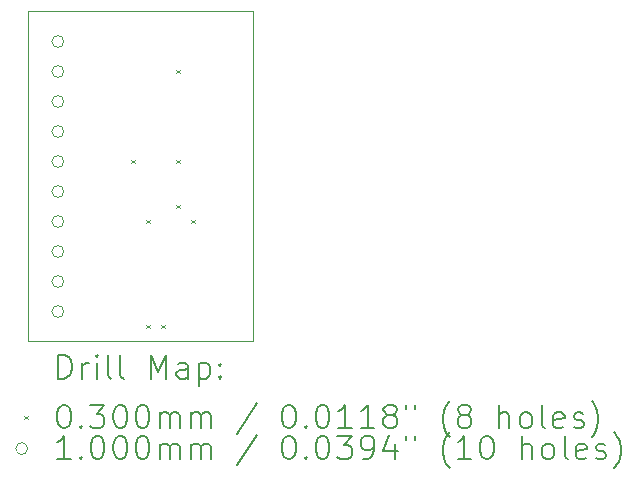
<source format=gbr>
%TF.GenerationSoftware,KiCad,Pcbnew,8.0.8*%
%TF.CreationDate,2025-01-25T22:43:30+07:00*%
%TF.ProjectId,Pton1,50746f6e-312e-46b6-9963-61645f706362,rev?*%
%TF.SameCoordinates,Original*%
%TF.FileFunction,Drillmap*%
%TF.FilePolarity,Positive*%
%FSLAX45Y45*%
G04 Gerber Fmt 4.5, Leading zero omitted, Abs format (unit mm)*
G04 Created by KiCad (PCBNEW 8.0.8) date 2025-01-25 22:43:30*
%MOMM*%
%LPD*%
G01*
G04 APERTURE LIST*
%ADD10C,0.050000*%
%ADD11C,0.200000*%
%ADD12C,0.100000*%
G04 APERTURE END LIST*
D10*
X8763000Y-4191000D02*
X10668000Y-4191000D01*
X10668000Y-6985000D01*
X8763000Y-6985000D01*
X8763000Y-4191000D01*
D11*
D12*
X9637000Y-5446000D02*
X9667000Y-5476000D01*
X9667000Y-5446000D02*
X9637000Y-5476000D01*
X9764000Y-5954000D02*
X9794000Y-5984000D01*
X9794000Y-5954000D02*
X9764000Y-5984000D01*
X9764000Y-6843000D02*
X9794000Y-6873000D01*
X9794000Y-6843000D02*
X9764000Y-6873000D01*
X9891000Y-6843000D02*
X9921000Y-6873000D01*
X9921000Y-6843000D02*
X9891000Y-6873000D01*
X10018000Y-4684000D02*
X10048000Y-4714000D01*
X10048000Y-4684000D02*
X10018000Y-4714000D01*
X10018000Y-5446000D02*
X10048000Y-5476000D01*
X10048000Y-5446000D02*
X10018000Y-5476000D01*
X10018000Y-5827000D02*
X10048000Y-5857000D01*
X10048000Y-5827000D02*
X10018000Y-5857000D01*
X10145000Y-5954000D02*
X10175000Y-5984000D01*
X10175000Y-5954000D02*
X10145000Y-5984000D01*
X9067000Y-4445000D02*
G75*
G02*
X8967000Y-4445000I-50000J0D01*
G01*
X8967000Y-4445000D02*
G75*
G02*
X9067000Y-4445000I50000J0D01*
G01*
X9067000Y-4699000D02*
G75*
G02*
X8967000Y-4699000I-50000J0D01*
G01*
X8967000Y-4699000D02*
G75*
G02*
X9067000Y-4699000I50000J0D01*
G01*
X9067000Y-4953000D02*
G75*
G02*
X8967000Y-4953000I-50000J0D01*
G01*
X8967000Y-4953000D02*
G75*
G02*
X9067000Y-4953000I50000J0D01*
G01*
X9067000Y-5207000D02*
G75*
G02*
X8967000Y-5207000I-50000J0D01*
G01*
X8967000Y-5207000D02*
G75*
G02*
X9067000Y-5207000I50000J0D01*
G01*
X9067000Y-5461000D02*
G75*
G02*
X8967000Y-5461000I-50000J0D01*
G01*
X8967000Y-5461000D02*
G75*
G02*
X9067000Y-5461000I50000J0D01*
G01*
X9067000Y-5715000D02*
G75*
G02*
X8967000Y-5715000I-50000J0D01*
G01*
X8967000Y-5715000D02*
G75*
G02*
X9067000Y-5715000I50000J0D01*
G01*
X9067000Y-5969000D02*
G75*
G02*
X8967000Y-5969000I-50000J0D01*
G01*
X8967000Y-5969000D02*
G75*
G02*
X9067000Y-5969000I50000J0D01*
G01*
X9067000Y-6223000D02*
G75*
G02*
X8967000Y-6223000I-50000J0D01*
G01*
X8967000Y-6223000D02*
G75*
G02*
X9067000Y-6223000I50000J0D01*
G01*
X9067000Y-6477000D02*
G75*
G02*
X8967000Y-6477000I-50000J0D01*
G01*
X8967000Y-6477000D02*
G75*
G02*
X9067000Y-6477000I50000J0D01*
G01*
X9067000Y-6731000D02*
G75*
G02*
X8967000Y-6731000I-50000J0D01*
G01*
X8967000Y-6731000D02*
G75*
G02*
X9067000Y-6731000I50000J0D01*
G01*
D11*
X9021277Y-7298984D02*
X9021277Y-7098984D01*
X9021277Y-7098984D02*
X9068896Y-7098984D01*
X9068896Y-7098984D02*
X9097467Y-7108508D01*
X9097467Y-7108508D02*
X9116515Y-7127555D01*
X9116515Y-7127555D02*
X9126039Y-7146603D01*
X9126039Y-7146603D02*
X9135563Y-7184698D01*
X9135563Y-7184698D02*
X9135563Y-7213269D01*
X9135563Y-7213269D02*
X9126039Y-7251365D01*
X9126039Y-7251365D02*
X9116515Y-7270412D01*
X9116515Y-7270412D02*
X9097467Y-7289460D01*
X9097467Y-7289460D02*
X9068896Y-7298984D01*
X9068896Y-7298984D02*
X9021277Y-7298984D01*
X9221277Y-7298984D02*
X9221277Y-7165650D01*
X9221277Y-7203746D02*
X9230801Y-7184698D01*
X9230801Y-7184698D02*
X9240324Y-7175174D01*
X9240324Y-7175174D02*
X9259372Y-7165650D01*
X9259372Y-7165650D02*
X9278420Y-7165650D01*
X9345086Y-7298984D02*
X9345086Y-7165650D01*
X9345086Y-7098984D02*
X9335563Y-7108508D01*
X9335563Y-7108508D02*
X9345086Y-7118031D01*
X9345086Y-7118031D02*
X9354610Y-7108508D01*
X9354610Y-7108508D02*
X9345086Y-7098984D01*
X9345086Y-7098984D02*
X9345086Y-7118031D01*
X9468896Y-7298984D02*
X9449848Y-7289460D01*
X9449848Y-7289460D02*
X9440324Y-7270412D01*
X9440324Y-7270412D02*
X9440324Y-7098984D01*
X9573658Y-7298984D02*
X9554610Y-7289460D01*
X9554610Y-7289460D02*
X9545086Y-7270412D01*
X9545086Y-7270412D02*
X9545086Y-7098984D01*
X9802229Y-7298984D02*
X9802229Y-7098984D01*
X9802229Y-7098984D02*
X9868896Y-7241841D01*
X9868896Y-7241841D02*
X9935563Y-7098984D01*
X9935563Y-7098984D02*
X9935563Y-7298984D01*
X10116515Y-7298984D02*
X10116515Y-7194222D01*
X10116515Y-7194222D02*
X10106991Y-7175174D01*
X10106991Y-7175174D02*
X10087944Y-7165650D01*
X10087944Y-7165650D02*
X10049848Y-7165650D01*
X10049848Y-7165650D02*
X10030801Y-7175174D01*
X10116515Y-7289460D02*
X10097467Y-7298984D01*
X10097467Y-7298984D02*
X10049848Y-7298984D01*
X10049848Y-7298984D02*
X10030801Y-7289460D01*
X10030801Y-7289460D02*
X10021277Y-7270412D01*
X10021277Y-7270412D02*
X10021277Y-7251365D01*
X10021277Y-7251365D02*
X10030801Y-7232317D01*
X10030801Y-7232317D02*
X10049848Y-7222793D01*
X10049848Y-7222793D02*
X10097467Y-7222793D01*
X10097467Y-7222793D02*
X10116515Y-7213269D01*
X10211753Y-7165650D02*
X10211753Y-7365650D01*
X10211753Y-7175174D02*
X10230801Y-7165650D01*
X10230801Y-7165650D02*
X10268896Y-7165650D01*
X10268896Y-7165650D02*
X10287944Y-7175174D01*
X10287944Y-7175174D02*
X10297467Y-7184698D01*
X10297467Y-7184698D02*
X10306991Y-7203746D01*
X10306991Y-7203746D02*
X10306991Y-7260888D01*
X10306991Y-7260888D02*
X10297467Y-7279936D01*
X10297467Y-7279936D02*
X10287944Y-7289460D01*
X10287944Y-7289460D02*
X10268896Y-7298984D01*
X10268896Y-7298984D02*
X10230801Y-7298984D01*
X10230801Y-7298984D02*
X10211753Y-7289460D01*
X10392705Y-7279936D02*
X10402229Y-7289460D01*
X10402229Y-7289460D02*
X10392705Y-7298984D01*
X10392705Y-7298984D02*
X10383182Y-7289460D01*
X10383182Y-7289460D02*
X10392705Y-7279936D01*
X10392705Y-7279936D02*
X10392705Y-7298984D01*
X10392705Y-7175174D02*
X10402229Y-7184698D01*
X10402229Y-7184698D02*
X10392705Y-7194222D01*
X10392705Y-7194222D02*
X10383182Y-7184698D01*
X10383182Y-7184698D02*
X10392705Y-7175174D01*
X10392705Y-7175174D02*
X10392705Y-7194222D01*
D12*
X8730500Y-7612500D02*
X8760500Y-7642500D01*
X8760500Y-7612500D02*
X8730500Y-7642500D01*
D11*
X9059372Y-7518984D02*
X9078420Y-7518984D01*
X9078420Y-7518984D02*
X9097467Y-7528508D01*
X9097467Y-7528508D02*
X9106991Y-7538031D01*
X9106991Y-7538031D02*
X9116515Y-7557079D01*
X9116515Y-7557079D02*
X9126039Y-7595174D01*
X9126039Y-7595174D02*
X9126039Y-7642793D01*
X9126039Y-7642793D02*
X9116515Y-7680888D01*
X9116515Y-7680888D02*
X9106991Y-7699936D01*
X9106991Y-7699936D02*
X9097467Y-7709460D01*
X9097467Y-7709460D02*
X9078420Y-7718984D01*
X9078420Y-7718984D02*
X9059372Y-7718984D01*
X9059372Y-7718984D02*
X9040324Y-7709460D01*
X9040324Y-7709460D02*
X9030801Y-7699936D01*
X9030801Y-7699936D02*
X9021277Y-7680888D01*
X9021277Y-7680888D02*
X9011753Y-7642793D01*
X9011753Y-7642793D02*
X9011753Y-7595174D01*
X9011753Y-7595174D02*
X9021277Y-7557079D01*
X9021277Y-7557079D02*
X9030801Y-7538031D01*
X9030801Y-7538031D02*
X9040324Y-7528508D01*
X9040324Y-7528508D02*
X9059372Y-7518984D01*
X9211753Y-7699936D02*
X9221277Y-7709460D01*
X9221277Y-7709460D02*
X9211753Y-7718984D01*
X9211753Y-7718984D02*
X9202229Y-7709460D01*
X9202229Y-7709460D02*
X9211753Y-7699936D01*
X9211753Y-7699936D02*
X9211753Y-7718984D01*
X9287944Y-7518984D02*
X9411753Y-7518984D01*
X9411753Y-7518984D02*
X9345086Y-7595174D01*
X9345086Y-7595174D02*
X9373658Y-7595174D01*
X9373658Y-7595174D02*
X9392705Y-7604698D01*
X9392705Y-7604698D02*
X9402229Y-7614222D01*
X9402229Y-7614222D02*
X9411753Y-7633269D01*
X9411753Y-7633269D02*
X9411753Y-7680888D01*
X9411753Y-7680888D02*
X9402229Y-7699936D01*
X9402229Y-7699936D02*
X9392705Y-7709460D01*
X9392705Y-7709460D02*
X9373658Y-7718984D01*
X9373658Y-7718984D02*
X9316515Y-7718984D01*
X9316515Y-7718984D02*
X9297467Y-7709460D01*
X9297467Y-7709460D02*
X9287944Y-7699936D01*
X9535563Y-7518984D02*
X9554610Y-7518984D01*
X9554610Y-7518984D02*
X9573658Y-7528508D01*
X9573658Y-7528508D02*
X9583182Y-7538031D01*
X9583182Y-7538031D02*
X9592705Y-7557079D01*
X9592705Y-7557079D02*
X9602229Y-7595174D01*
X9602229Y-7595174D02*
X9602229Y-7642793D01*
X9602229Y-7642793D02*
X9592705Y-7680888D01*
X9592705Y-7680888D02*
X9583182Y-7699936D01*
X9583182Y-7699936D02*
X9573658Y-7709460D01*
X9573658Y-7709460D02*
X9554610Y-7718984D01*
X9554610Y-7718984D02*
X9535563Y-7718984D01*
X9535563Y-7718984D02*
X9516515Y-7709460D01*
X9516515Y-7709460D02*
X9506991Y-7699936D01*
X9506991Y-7699936D02*
X9497467Y-7680888D01*
X9497467Y-7680888D02*
X9487944Y-7642793D01*
X9487944Y-7642793D02*
X9487944Y-7595174D01*
X9487944Y-7595174D02*
X9497467Y-7557079D01*
X9497467Y-7557079D02*
X9506991Y-7538031D01*
X9506991Y-7538031D02*
X9516515Y-7528508D01*
X9516515Y-7528508D02*
X9535563Y-7518984D01*
X9726039Y-7518984D02*
X9745086Y-7518984D01*
X9745086Y-7518984D02*
X9764134Y-7528508D01*
X9764134Y-7528508D02*
X9773658Y-7538031D01*
X9773658Y-7538031D02*
X9783182Y-7557079D01*
X9783182Y-7557079D02*
X9792705Y-7595174D01*
X9792705Y-7595174D02*
X9792705Y-7642793D01*
X9792705Y-7642793D02*
X9783182Y-7680888D01*
X9783182Y-7680888D02*
X9773658Y-7699936D01*
X9773658Y-7699936D02*
X9764134Y-7709460D01*
X9764134Y-7709460D02*
X9745086Y-7718984D01*
X9745086Y-7718984D02*
X9726039Y-7718984D01*
X9726039Y-7718984D02*
X9706991Y-7709460D01*
X9706991Y-7709460D02*
X9697467Y-7699936D01*
X9697467Y-7699936D02*
X9687944Y-7680888D01*
X9687944Y-7680888D02*
X9678420Y-7642793D01*
X9678420Y-7642793D02*
X9678420Y-7595174D01*
X9678420Y-7595174D02*
X9687944Y-7557079D01*
X9687944Y-7557079D02*
X9697467Y-7538031D01*
X9697467Y-7538031D02*
X9706991Y-7528508D01*
X9706991Y-7528508D02*
X9726039Y-7518984D01*
X9878420Y-7718984D02*
X9878420Y-7585650D01*
X9878420Y-7604698D02*
X9887944Y-7595174D01*
X9887944Y-7595174D02*
X9906991Y-7585650D01*
X9906991Y-7585650D02*
X9935563Y-7585650D01*
X9935563Y-7585650D02*
X9954610Y-7595174D01*
X9954610Y-7595174D02*
X9964134Y-7614222D01*
X9964134Y-7614222D02*
X9964134Y-7718984D01*
X9964134Y-7614222D02*
X9973658Y-7595174D01*
X9973658Y-7595174D02*
X9992705Y-7585650D01*
X9992705Y-7585650D02*
X10021277Y-7585650D01*
X10021277Y-7585650D02*
X10040325Y-7595174D01*
X10040325Y-7595174D02*
X10049848Y-7614222D01*
X10049848Y-7614222D02*
X10049848Y-7718984D01*
X10145086Y-7718984D02*
X10145086Y-7585650D01*
X10145086Y-7604698D02*
X10154610Y-7595174D01*
X10154610Y-7595174D02*
X10173658Y-7585650D01*
X10173658Y-7585650D02*
X10202229Y-7585650D01*
X10202229Y-7585650D02*
X10221277Y-7595174D01*
X10221277Y-7595174D02*
X10230801Y-7614222D01*
X10230801Y-7614222D02*
X10230801Y-7718984D01*
X10230801Y-7614222D02*
X10240325Y-7595174D01*
X10240325Y-7595174D02*
X10259372Y-7585650D01*
X10259372Y-7585650D02*
X10287944Y-7585650D01*
X10287944Y-7585650D02*
X10306991Y-7595174D01*
X10306991Y-7595174D02*
X10316515Y-7614222D01*
X10316515Y-7614222D02*
X10316515Y-7718984D01*
X10706991Y-7509460D02*
X10535563Y-7766603D01*
X10964134Y-7518984D02*
X10983182Y-7518984D01*
X10983182Y-7518984D02*
X11002229Y-7528508D01*
X11002229Y-7528508D02*
X11011753Y-7538031D01*
X11011753Y-7538031D02*
X11021277Y-7557079D01*
X11021277Y-7557079D02*
X11030801Y-7595174D01*
X11030801Y-7595174D02*
X11030801Y-7642793D01*
X11030801Y-7642793D02*
X11021277Y-7680888D01*
X11021277Y-7680888D02*
X11011753Y-7699936D01*
X11011753Y-7699936D02*
X11002229Y-7709460D01*
X11002229Y-7709460D02*
X10983182Y-7718984D01*
X10983182Y-7718984D02*
X10964134Y-7718984D01*
X10964134Y-7718984D02*
X10945087Y-7709460D01*
X10945087Y-7709460D02*
X10935563Y-7699936D01*
X10935563Y-7699936D02*
X10926039Y-7680888D01*
X10926039Y-7680888D02*
X10916515Y-7642793D01*
X10916515Y-7642793D02*
X10916515Y-7595174D01*
X10916515Y-7595174D02*
X10926039Y-7557079D01*
X10926039Y-7557079D02*
X10935563Y-7538031D01*
X10935563Y-7538031D02*
X10945087Y-7528508D01*
X10945087Y-7528508D02*
X10964134Y-7518984D01*
X11116515Y-7699936D02*
X11126039Y-7709460D01*
X11126039Y-7709460D02*
X11116515Y-7718984D01*
X11116515Y-7718984D02*
X11106991Y-7709460D01*
X11106991Y-7709460D02*
X11116515Y-7699936D01*
X11116515Y-7699936D02*
X11116515Y-7718984D01*
X11249848Y-7518984D02*
X11268896Y-7518984D01*
X11268896Y-7518984D02*
X11287944Y-7528508D01*
X11287944Y-7528508D02*
X11297467Y-7538031D01*
X11297467Y-7538031D02*
X11306991Y-7557079D01*
X11306991Y-7557079D02*
X11316515Y-7595174D01*
X11316515Y-7595174D02*
X11316515Y-7642793D01*
X11316515Y-7642793D02*
X11306991Y-7680888D01*
X11306991Y-7680888D02*
X11297467Y-7699936D01*
X11297467Y-7699936D02*
X11287944Y-7709460D01*
X11287944Y-7709460D02*
X11268896Y-7718984D01*
X11268896Y-7718984D02*
X11249848Y-7718984D01*
X11249848Y-7718984D02*
X11230801Y-7709460D01*
X11230801Y-7709460D02*
X11221277Y-7699936D01*
X11221277Y-7699936D02*
X11211753Y-7680888D01*
X11211753Y-7680888D02*
X11202229Y-7642793D01*
X11202229Y-7642793D02*
X11202229Y-7595174D01*
X11202229Y-7595174D02*
X11211753Y-7557079D01*
X11211753Y-7557079D02*
X11221277Y-7538031D01*
X11221277Y-7538031D02*
X11230801Y-7528508D01*
X11230801Y-7528508D02*
X11249848Y-7518984D01*
X11506991Y-7718984D02*
X11392706Y-7718984D01*
X11449848Y-7718984D02*
X11449848Y-7518984D01*
X11449848Y-7518984D02*
X11430801Y-7547555D01*
X11430801Y-7547555D02*
X11411753Y-7566603D01*
X11411753Y-7566603D02*
X11392706Y-7576127D01*
X11697467Y-7718984D02*
X11583182Y-7718984D01*
X11640325Y-7718984D02*
X11640325Y-7518984D01*
X11640325Y-7518984D02*
X11621277Y-7547555D01*
X11621277Y-7547555D02*
X11602229Y-7566603D01*
X11602229Y-7566603D02*
X11583182Y-7576127D01*
X11811753Y-7604698D02*
X11792706Y-7595174D01*
X11792706Y-7595174D02*
X11783182Y-7585650D01*
X11783182Y-7585650D02*
X11773658Y-7566603D01*
X11773658Y-7566603D02*
X11773658Y-7557079D01*
X11773658Y-7557079D02*
X11783182Y-7538031D01*
X11783182Y-7538031D02*
X11792706Y-7528508D01*
X11792706Y-7528508D02*
X11811753Y-7518984D01*
X11811753Y-7518984D02*
X11849848Y-7518984D01*
X11849848Y-7518984D02*
X11868896Y-7528508D01*
X11868896Y-7528508D02*
X11878420Y-7538031D01*
X11878420Y-7538031D02*
X11887944Y-7557079D01*
X11887944Y-7557079D02*
X11887944Y-7566603D01*
X11887944Y-7566603D02*
X11878420Y-7585650D01*
X11878420Y-7585650D02*
X11868896Y-7595174D01*
X11868896Y-7595174D02*
X11849848Y-7604698D01*
X11849848Y-7604698D02*
X11811753Y-7604698D01*
X11811753Y-7604698D02*
X11792706Y-7614222D01*
X11792706Y-7614222D02*
X11783182Y-7623746D01*
X11783182Y-7623746D02*
X11773658Y-7642793D01*
X11773658Y-7642793D02*
X11773658Y-7680888D01*
X11773658Y-7680888D02*
X11783182Y-7699936D01*
X11783182Y-7699936D02*
X11792706Y-7709460D01*
X11792706Y-7709460D02*
X11811753Y-7718984D01*
X11811753Y-7718984D02*
X11849848Y-7718984D01*
X11849848Y-7718984D02*
X11868896Y-7709460D01*
X11868896Y-7709460D02*
X11878420Y-7699936D01*
X11878420Y-7699936D02*
X11887944Y-7680888D01*
X11887944Y-7680888D02*
X11887944Y-7642793D01*
X11887944Y-7642793D02*
X11878420Y-7623746D01*
X11878420Y-7623746D02*
X11868896Y-7614222D01*
X11868896Y-7614222D02*
X11849848Y-7604698D01*
X11964134Y-7518984D02*
X11964134Y-7557079D01*
X12040325Y-7518984D02*
X12040325Y-7557079D01*
X12335563Y-7795174D02*
X12326039Y-7785650D01*
X12326039Y-7785650D02*
X12306991Y-7757079D01*
X12306991Y-7757079D02*
X12297468Y-7738031D01*
X12297468Y-7738031D02*
X12287944Y-7709460D01*
X12287944Y-7709460D02*
X12278420Y-7661841D01*
X12278420Y-7661841D02*
X12278420Y-7623746D01*
X12278420Y-7623746D02*
X12287944Y-7576127D01*
X12287944Y-7576127D02*
X12297468Y-7547555D01*
X12297468Y-7547555D02*
X12306991Y-7528508D01*
X12306991Y-7528508D02*
X12326039Y-7499936D01*
X12326039Y-7499936D02*
X12335563Y-7490412D01*
X12440325Y-7604698D02*
X12421277Y-7595174D01*
X12421277Y-7595174D02*
X12411753Y-7585650D01*
X12411753Y-7585650D02*
X12402229Y-7566603D01*
X12402229Y-7566603D02*
X12402229Y-7557079D01*
X12402229Y-7557079D02*
X12411753Y-7538031D01*
X12411753Y-7538031D02*
X12421277Y-7528508D01*
X12421277Y-7528508D02*
X12440325Y-7518984D01*
X12440325Y-7518984D02*
X12478420Y-7518984D01*
X12478420Y-7518984D02*
X12497468Y-7528508D01*
X12497468Y-7528508D02*
X12506991Y-7538031D01*
X12506991Y-7538031D02*
X12516515Y-7557079D01*
X12516515Y-7557079D02*
X12516515Y-7566603D01*
X12516515Y-7566603D02*
X12506991Y-7585650D01*
X12506991Y-7585650D02*
X12497468Y-7595174D01*
X12497468Y-7595174D02*
X12478420Y-7604698D01*
X12478420Y-7604698D02*
X12440325Y-7604698D01*
X12440325Y-7604698D02*
X12421277Y-7614222D01*
X12421277Y-7614222D02*
X12411753Y-7623746D01*
X12411753Y-7623746D02*
X12402229Y-7642793D01*
X12402229Y-7642793D02*
X12402229Y-7680888D01*
X12402229Y-7680888D02*
X12411753Y-7699936D01*
X12411753Y-7699936D02*
X12421277Y-7709460D01*
X12421277Y-7709460D02*
X12440325Y-7718984D01*
X12440325Y-7718984D02*
X12478420Y-7718984D01*
X12478420Y-7718984D02*
X12497468Y-7709460D01*
X12497468Y-7709460D02*
X12506991Y-7699936D01*
X12506991Y-7699936D02*
X12516515Y-7680888D01*
X12516515Y-7680888D02*
X12516515Y-7642793D01*
X12516515Y-7642793D02*
X12506991Y-7623746D01*
X12506991Y-7623746D02*
X12497468Y-7614222D01*
X12497468Y-7614222D02*
X12478420Y-7604698D01*
X12754610Y-7718984D02*
X12754610Y-7518984D01*
X12840325Y-7718984D02*
X12840325Y-7614222D01*
X12840325Y-7614222D02*
X12830801Y-7595174D01*
X12830801Y-7595174D02*
X12811753Y-7585650D01*
X12811753Y-7585650D02*
X12783182Y-7585650D01*
X12783182Y-7585650D02*
X12764134Y-7595174D01*
X12764134Y-7595174D02*
X12754610Y-7604698D01*
X12964134Y-7718984D02*
X12945087Y-7709460D01*
X12945087Y-7709460D02*
X12935563Y-7699936D01*
X12935563Y-7699936D02*
X12926039Y-7680888D01*
X12926039Y-7680888D02*
X12926039Y-7623746D01*
X12926039Y-7623746D02*
X12935563Y-7604698D01*
X12935563Y-7604698D02*
X12945087Y-7595174D01*
X12945087Y-7595174D02*
X12964134Y-7585650D01*
X12964134Y-7585650D02*
X12992706Y-7585650D01*
X12992706Y-7585650D02*
X13011753Y-7595174D01*
X13011753Y-7595174D02*
X13021277Y-7604698D01*
X13021277Y-7604698D02*
X13030801Y-7623746D01*
X13030801Y-7623746D02*
X13030801Y-7680888D01*
X13030801Y-7680888D02*
X13021277Y-7699936D01*
X13021277Y-7699936D02*
X13011753Y-7709460D01*
X13011753Y-7709460D02*
X12992706Y-7718984D01*
X12992706Y-7718984D02*
X12964134Y-7718984D01*
X13145087Y-7718984D02*
X13126039Y-7709460D01*
X13126039Y-7709460D02*
X13116515Y-7690412D01*
X13116515Y-7690412D02*
X13116515Y-7518984D01*
X13297468Y-7709460D02*
X13278420Y-7718984D01*
X13278420Y-7718984D02*
X13240325Y-7718984D01*
X13240325Y-7718984D02*
X13221277Y-7709460D01*
X13221277Y-7709460D02*
X13211753Y-7690412D01*
X13211753Y-7690412D02*
X13211753Y-7614222D01*
X13211753Y-7614222D02*
X13221277Y-7595174D01*
X13221277Y-7595174D02*
X13240325Y-7585650D01*
X13240325Y-7585650D02*
X13278420Y-7585650D01*
X13278420Y-7585650D02*
X13297468Y-7595174D01*
X13297468Y-7595174D02*
X13306991Y-7614222D01*
X13306991Y-7614222D02*
X13306991Y-7633269D01*
X13306991Y-7633269D02*
X13211753Y-7652317D01*
X13383182Y-7709460D02*
X13402230Y-7718984D01*
X13402230Y-7718984D02*
X13440325Y-7718984D01*
X13440325Y-7718984D02*
X13459372Y-7709460D01*
X13459372Y-7709460D02*
X13468896Y-7690412D01*
X13468896Y-7690412D02*
X13468896Y-7680888D01*
X13468896Y-7680888D02*
X13459372Y-7661841D01*
X13459372Y-7661841D02*
X13440325Y-7652317D01*
X13440325Y-7652317D02*
X13411753Y-7652317D01*
X13411753Y-7652317D02*
X13392706Y-7642793D01*
X13392706Y-7642793D02*
X13383182Y-7623746D01*
X13383182Y-7623746D02*
X13383182Y-7614222D01*
X13383182Y-7614222D02*
X13392706Y-7595174D01*
X13392706Y-7595174D02*
X13411753Y-7585650D01*
X13411753Y-7585650D02*
X13440325Y-7585650D01*
X13440325Y-7585650D02*
X13459372Y-7595174D01*
X13535563Y-7795174D02*
X13545087Y-7785650D01*
X13545087Y-7785650D02*
X13564134Y-7757079D01*
X13564134Y-7757079D02*
X13573658Y-7738031D01*
X13573658Y-7738031D02*
X13583182Y-7709460D01*
X13583182Y-7709460D02*
X13592706Y-7661841D01*
X13592706Y-7661841D02*
X13592706Y-7623746D01*
X13592706Y-7623746D02*
X13583182Y-7576127D01*
X13583182Y-7576127D02*
X13573658Y-7547555D01*
X13573658Y-7547555D02*
X13564134Y-7528508D01*
X13564134Y-7528508D02*
X13545087Y-7499936D01*
X13545087Y-7499936D02*
X13535563Y-7490412D01*
D12*
X8760500Y-7891500D02*
G75*
G02*
X8660500Y-7891500I-50000J0D01*
G01*
X8660500Y-7891500D02*
G75*
G02*
X8760500Y-7891500I50000J0D01*
G01*
D11*
X9126039Y-7982984D02*
X9011753Y-7982984D01*
X9068896Y-7982984D02*
X9068896Y-7782984D01*
X9068896Y-7782984D02*
X9049848Y-7811555D01*
X9049848Y-7811555D02*
X9030801Y-7830603D01*
X9030801Y-7830603D02*
X9011753Y-7840127D01*
X9211753Y-7963936D02*
X9221277Y-7973460D01*
X9221277Y-7973460D02*
X9211753Y-7982984D01*
X9211753Y-7982984D02*
X9202229Y-7973460D01*
X9202229Y-7973460D02*
X9211753Y-7963936D01*
X9211753Y-7963936D02*
X9211753Y-7982984D01*
X9345086Y-7782984D02*
X9364134Y-7782984D01*
X9364134Y-7782984D02*
X9383182Y-7792508D01*
X9383182Y-7792508D02*
X9392705Y-7802031D01*
X9392705Y-7802031D02*
X9402229Y-7821079D01*
X9402229Y-7821079D02*
X9411753Y-7859174D01*
X9411753Y-7859174D02*
X9411753Y-7906793D01*
X9411753Y-7906793D02*
X9402229Y-7944888D01*
X9402229Y-7944888D02*
X9392705Y-7963936D01*
X9392705Y-7963936D02*
X9383182Y-7973460D01*
X9383182Y-7973460D02*
X9364134Y-7982984D01*
X9364134Y-7982984D02*
X9345086Y-7982984D01*
X9345086Y-7982984D02*
X9326039Y-7973460D01*
X9326039Y-7973460D02*
X9316515Y-7963936D01*
X9316515Y-7963936D02*
X9306991Y-7944888D01*
X9306991Y-7944888D02*
X9297467Y-7906793D01*
X9297467Y-7906793D02*
X9297467Y-7859174D01*
X9297467Y-7859174D02*
X9306991Y-7821079D01*
X9306991Y-7821079D02*
X9316515Y-7802031D01*
X9316515Y-7802031D02*
X9326039Y-7792508D01*
X9326039Y-7792508D02*
X9345086Y-7782984D01*
X9535563Y-7782984D02*
X9554610Y-7782984D01*
X9554610Y-7782984D02*
X9573658Y-7792508D01*
X9573658Y-7792508D02*
X9583182Y-7802031D01*
X9583182Y-7802031D02*
X9592705Y-7821079D01*
X9592705Y-7821079D02*
X9602229Y-7859174D01*
X9602229Y-7859174D02*
X9602229Y-7906793D01*
X9602229Y-7906793D02*
X9592705Y-7944888D01*
X9592705Y-7944888D02*
X9583182Y-7963936D01*
X9583182Y-7963936D02*
X9573658Y-7973460D01*
X9573658Y-7973460D02*
X9554610Y-7982984D01*
X9554610Y-7982984D02*
X9535563Y-7982984D01*
X9535563Y-7982984D02*
X9516515Y-7973460D01*
X9516515Y-7973460D02*
X9506991Y-7963936D01*
X9506991Y-7963936D02*
X9497467Y-7944888D01*
X9497467Y-7944888D02*
X9487944Y-7906793D01*
X9487944Y-7906793D02*
X9487944Y-7859174D01*
X9487944Y-7859174D02*
X9497467Y-7821079D01*
X9497467Y-7821079D02*
X9506991Y-7802031D01*
X9506991Y-7802031D02*
X9516515Y-7792508D01*
X9516515Y-7792508D02*
X9535563Y-7782984D01*
X9726039Y-7782984D02*
X9745086Y-7782984D01*
X9745086Y-7782984D02*
X9764134Y-7792508D01*
X9764134Y-7792508D02*
X9773658Y-7802031D01*
X9773658Y-7802031D02*
X9783182Y-7821079D01*
X9783182Y-7821079D02*
X9792705Y-7859174D01*
X9792705Y-7859174D02*
X9792705Y-7906793D01*
X9792705Y-7906793D02*
X9783182Y-7944888D01*
X9783182Y-7944888D02*
X9773658Y-7963936D01*
X9773658Y-7963936D02*
X9764134Y-7973460D01*
X9764134Y-7973460D02*
X9745086Y-7982984D01*
X9745086Y-7982984D02*
X9726039Y-7982984D01*
X9726039Y-7982984D02*
X9706991Y-7973460D01*
X9706991Y-7973460D02*
X9697467Y-7963936D01*
X9697467Y-7963936D02*
X9687944Y-7944888D01*
X9687944Y-7944888D02*
X9678420Y-7906793D01*
X9678420Y-7906793D02*
X9678420Y-7859174D01*
X9678420Y-7859174D02*
X9687944Y-7821079D01*
X9687944Y-7821079D02*
X9697467Y-7802031D01*
X9697467Y-7802031D02*
X9706991Y-7792508D01*
X9706991Y-7792508D02*
X9726039Y-7782984D01*
X9878420Y-7982984D02*
X9878420Y-7849650D01*
X9878420Y-7868698D02*
X9887944Y-7859174D01*
X9887944Y-7859174D02*
X9906991Y-7849650D01*
X9906991Y-7849650D02*
X9935563Y-7849650D01*
X9935563Y-7849650D02*
X9954610Y-7859174D01*
X9954610Y-7859174D02*
X9964134Y-7878222D01*
X9964134Y-7878222D02*
X9964134Y-7982984D01*
X9964134Y-7878222D02*
X9973658Y-7859174D01*
X9973658Y-7859174D02*
X9992705Y-7849650D01*
X9992705Y-7849650D02*
X10021277Y-7849650D01*
X10021277Y-7849650D02*
X10040325Y-7859174D01*
X10040325Y-7859174D02*
X10049848Y-7878222D01*
X10049848Y-7878222D02*
X10049848Y-7982984D01*
X10145086Y-7982984D02*
X10145086Y-7849650D01*
X10145086Y-7868698D02*
X10154610Y-7859174D01*
X10154610Y-7859174D02*
X10173658Y-7849650D01*
X10173658Y-7849650D02*
X10202229Y-7849650D01*
X10202229Y-7849650D02*
X10221277Y-7859174D01*
X10221277Y-7859174D02*
X10230801Y-7878222D01*
X10230801Y-7878222D02*
X10230801Y-7982984D01*
X10230801Y-7878222D02*
X10240325Y-7859174D01*
X10240325Y-7859174D02*
X10259372Y-7849650D01*
X10259372Y-7849650D02*
X10287944Y-7849650D01*
X10287944Y-7849650D02*
X10306991Y-7859174D01*
X10306991Y-7859174D02*
X10316515Y-7878222D01*
X10316515Y-7878222D02*
X10316515Y-7982984D01*
X10706991Y-7773460D02*
X10535563Y-8030603D01*
X10964134Y-7782984D02*
X10983182Y-7782984D01*
X10983182Y-7782984D02*
X11002229Y-7792508D01*
X11002229Y-7792508D02*
X11011753Y-7802031D01*
X11011753Y-7802031D02*
X11021277Y-7821079D01*
X11021277Y-7821079D02*
X11030801Y-7859174D01*
X11030801Y-7859174D02*
X11030801Y-7906793D01*
X11030801Y-7906793D02*
X11021277Y-7944888D01*
X11021277Y-7944888D02*
X11011753Y-7963936D01*
X11011753Y-7963936D02*
X11002229Y-7973460D01*
X11002229Y-7973460D02*
X10983182Y-7982984D01*
X10983182Y-7982984D02*
X10964134Y-7982984D01*
X10964134Y-7982984D02*
X10945087Y-7973460D01*
X10945087Y-7973460D02*
X10935563Y-7963936D01*
X10935563Y-7963936D02*
X10926039Y-7944888D01*
X10926039Y-7944888D02*
X10916515Y-7906793D01*
X10916515Y-7906793D02*
X10916515Y-7859174D01*
X10916515Y-7859174D02*
X10926039Y-7821079D01*
X10926039Y-7821079D02*
X10935563Y-7802031D01*
X10935563Y-7802031D02*
X10945087Y-7792508D01*
X10945087Y-7792508D02*
X10964134Y-7782984D01*
X11116515Y-7963936D02*
X11126039Y-7973460D01*
X11126039Y-7973460D02*
X11116515Y-7982984D01*
X11116515Y-7982984D02*
X11106991Y-7973460D01*
X11106991Y-7973460D02*
X11116515Y-7963936D01*
X11116515Y-7963936D02*
X11116515Y-7982984D01*
X11249848Y-7782984D02*
X11268896Y-7782984D01*
X11268896Y-7782984D02*
X11287944Y-7792508D01*
X11287944Y-7792508D02*
X11297467Y-7802031D01*
X11297467Y-7802031D02*
X11306991Y-7821079D01*
X11306991Y-7821079D02*
X11316515Y-7859174D01*
X11316515Y-7859174D02*
X11316515Y-7906793D01*
X11316515Y-7906793D02*
X11306991Y-7944888D01*
X11306991Y-7944888D02*
X11297467Y-7963936D01*
X11297467Y-7963936D02*
X11287944Y-7973460D01*
X11287944Y-7973460D02*
X11268896Y-7982984D01*
X11268896Y-7982984D02*
X11249848Y-7982984D01*
X11249848Y-7982984D02*
X11230801Y-7973460D01*
X11230801Y-7973460D02*
X11221277Y-7963936D01*
X11221277Y-7963936D02*
X11211753Y-7944888D01*
X11211753Y-7944888D02*
X11202229Y-7906793D01*
X11202229Y-7906793D02*
X11202229Y-7859174D01*
X11202229Y-7859174D02*
X11211753Y-7821079D01*
X11211753Y-7821079D02*
X11221277Y-7802031D01*
X11221277Y-7802031D02*
X11230801Y-7792508D01*
X11230801Y-7792508D02*
X11249848Y-7782984D01*
X11383182Y-7782984D02*
X11506991Y-7782984D01*
X11506991Y-7782984D02*
X11440325Y-7859174D01*
X11440325Y-7859174D02*
X11468896Y-7859174D01*
X11468896Y-7859174D02*
X11487944Y-7868698D01*
X11487944Y-7868698D02*
X11497467Y-7878222D01*
X11497467Y-7878222D02*
X11506991Y-7897269D01*
X11506991Y-7897269D02*
X11506991Y-7944888D01*
X11506991Y-7944888D02*
X11497467Y-7963936D01*
X11497467Y-7963936D02*
X11487944Y-7973460D01*
X11487944Y-7973460D02*
X11468896Y-7982984D01*
X11468896Y-7982984D02*
X11411753Y-7982984D01*
X11411753Y-7982984D02*
X11392706Y-7973460D01*
X11392706Y-7973460D02*
X11383182Y-7963936D01*
X11602229Y-7982984D02*
X11640325Y-7982984D01*
X11640325Y-7982984D02*
X11659372Y-7973460D01*
X11659372Y-7973460D02*
X11668896Y-7963936D01*
X11668896Y-7963936D02*
X11687944Y-7935365D01*
X11687944Y-7935365D02*
X11697467Y-7897269D01*
X11697467Y-7897269D02*
X11697467Y-7821079D01*
X11697467Y-7821079D02*
X11687944Y-7802031D01*
X11687944Y-7802031D02*
X11678420Y-7792508D01*
X11678420Y-7792508D02*
X11659372Y-7782984D01*
X11659372Y-7782984D02*
X11621277Y-7782984D01*
X11621277Y-7782984D02*
X11602229Y-7792508D01*
X11602229Y-7792508D02*
X11592706Y-7802031D01*
X11592706Y-7802031D02*
X11583182Y-7821079D01*
X11583182Y-7821079D02*
X11583182Y-7868698D01*
X11583182Y-7868698D02*
X11592706Y-7887746D01*
X11592706Y-7887746D02*
X11602229Y-7897269D01*
X11602229Y-7897269D02*
X11621277Y-7906793D01*
X11621277Y-7906793D02*
X11659372Y-7906793D01*
X11659372Y-7906793D02*
X11678420Y-7897269D01*
X11678420Y-7897269D02*
X11687944Y-7887746D01*
X11687944Y-7887746D02*
X11697467Y-7868698D01*
X11868896Y-7849650D02*
X11868896Y-7982984D01*
X11821277Y-7773460D02*
X11773658Y-7916317D01*
X11773658Y-7916317D02*
X11897467Y-7916317D01*
X11964134Y-7782984D02*
X11964134Y-7821079D01*
X12040325Y-7782984D02*
X12040325Y-7821079D01*
X12335563Y-8059174D02*
X12326039Y-8049650D01*
X12326039Y-8049650D02*
X12306991Y-8021079D01*
X12306991Y-8021079D02*
X12297468Y-8002031D01*
X12297468Y-8002031D02*
X12287944Y-7973460D01*
X12287944Y-7973460D02*
X12278420Y-7925841D01*
X12278420Y-7925841D02*
X12278420Y-7887746D01*
X12278420Y-7887746D02*
X12287944Y-7840127D01*
X12287944Y-7840127D02*
X12297468Y-7811555D01*
X12297468Y-7811555D02*
X12306991Y-7792508D01*
X12306991Y-7792508D02*
X12326039Y-7763936D01*
X12326039Y-7763936D02*
X12335563Y-7754412D01*
X12516515Y-7982984D02*
X12402229Y-7982984D01*
X12459372Y-7982984D02*
X12459372Y-7782984D01*
X12459372Y-7782984D02*
X12440325Y-7811555D01*
X12440325Y-7811555D02*
X12421277Y-7830603D01*
X12421277Y-7830603D02*
X12402229Y-7840127D01*
X12640325Y-7782984D02*
X12659372Y-7782984D01*
X12659372Y-7782984D02*
X12678420Y-7792508D01*
X12678420Y-7792508D02*
X12687944Y-7802031D01*
X12687944Y-7802031D02*
X12697468Y-7821079D01*
X12697468Y-7821079D02*
X12706991Y-7859174D01*
X12706991Y-7859174D02*
X12706991Y-7906793D01*
X12706991Y-7906793D02*
X12697468Y-7944888D01*
X12697468Y-7944888D02*
X12687944Y-7963936D01*
X12687944Y-7963936D02*
X12678420Y-7973460D01*
X12678420Y-7973460D02*
X12659372Y-7982984D01*
X12659372Y-7982984D02*
X12640325Y-7982984D01*
X12640325Y-7982984D02*
X12621277Y-7973460D01*
X12621277Y-7973460D02*
X12611753Y-7963936D01*
X12611753Y-7963936D02*
X12602229Y-7944888D01*
X12602229Y-7944888D02*
X12592706Y-7906793D01*
X12592706Y-7906793D02*
X12592706Y-7859174D01*
X12592706Y-7859174D02*
X12602229Y-7821079D01*
X12602229Y-7821079D02*
X12611753Y-7802031D01*
X12611753Y-7802031D02*
X12621277Y-7792508D01*
X12621277Y-7792508D02*
X12640325Y-7782984D01*
X12945087Y-7982984D02*
X12945087Y-7782984D01*
X13030801Y-7982984D02*
X13030801Y-7878222D01*
X13030801Y-7878222D02*
X13021277Y-7859174D01*
X13021277Y-7859174D02*
X13002230Y-7849650D01*
X13002230Y-7849650D02*
X12973658Y-7849650D01*
X12973658Y-7849650D02*
X12954610Y-7859174D01*
X12954610Y-7859174D02*
X12945087Y-7868698D01*
X13154610Y-7982984D02*
X13135563Y-7973460D01*
X13135563Y-7973460D02*
X13126039Y-7963936D01*
X13126039Y-7963936D02*
X13116515Y-7944888D01*
X13116515Y-7944888D02*
X13116515Y-7887746D01*
X13116515Y-7887746D02*
X13126039Y-7868698D01*
X13126039Y-7868698D02*
X13135563Y-7859174D01*
X13135563Y-7859174D02*
X13154610Y-7849650D01*
X13154610Y-7849650D02*
X13183182Y-7849650D01*
X13183182Y-7849650D02*
X13202230Y-7859174D01*
X13202230Y-7859174D02*
X13211753Y-7868698D01*
X13211753Y-7868698D02*
X13221277Y-7887746D01*
X13221277Y-7887746D02*
X13221277Y-7944888D01*
X13221277Y-7944888D02*
X13211753Y-7963936D01*
X13211753Y-7963936D02*
X13202230Y-7973460D01*
X13202230Y-7973460D02*
X13183182Y-7982984D01*
X13183182Y-7982984D02*
X13154610Y-7982984D01*
X13335563Y-7982984D02*
X13316515Y-7973460D01*
X13316515Y-7973460D02*
X13306991Y-7954412D01*
X13306991Y-7954412D02*
X13306991Y-7782984D01*
X13487944Y-7973460D02*
X13468896Y-7982984D01*
X13468896Y-7982984D02*
X13430801Y-7982984D01*
X13430801Y-7982984D02*
X13411753Y-7973460D01*
X13411753Y-7973460D02*
X13402230Y-7954412D01*
X13402230Y-7954412D02*
X13402230Y-7878222D01*
X13402230Y-7878222D02*
X13411753Y-7859174D01*
X13411753Y-7859174D02*
X13430801Y-7849650D01*
X13430801Y-7849650D02*
X13468896Y-7849650D01*
X13468896Y-7849650D02*
X13487944Y-7859174D01*
X13487944Y-7859174D02*
X13497468Y-7878222D01*
X13497468Y-7878222D02*
X13497468Y-7897269D01*
X13497468Y-7897269D02*
X13402230Y-7916317D01*
X13573658Y-7973460D02*
X13592706Y-7982984D01*
X13592706Y-7982984D02*
X13630801Y-7982984D01*
X13630801Y-7982984D02*
X13649849Y-7973460D01*
X13649849Y-7973460D02*
X13659372Y-7954412D01*
X13659372Y-7954412D02*
X13659372Y-7944888D01*
X13659372Y-7944888D02*
X13649849Y-7925841D01*
X13649849Y-7925841D02*
X13630801Y-7916317D01*
X13630801Y-7916317D02*
X13602230Y-7916317D01*
X13602230Y-7916317D02*
X13583182Y-7906793D01*
X13583182Y-7906793D02*
X13573658Y-7887746D01*
X13573658Y-7887746D02*
X13573658Y-7878222D01*
X13573658Y-7878222D02*
X13583182Y-7859174D01*
X13583182Y-7859174D02*
X13602230Y-7849650D01*
X13602230Y-7849650D02*
X13630801Y-7849650D01*
X13630801Y-7849650D02*
X13649849Y-7859174D01*
X13726039Y-8059174D02*
X13735563Y-8049650D01*
X13735563Y-8049650D02*
X13754611Y-8021079D01*
X13754611Y-8021079D02*
X13764134Y-8002031D01*
X13764134Y-8002031D02*
X13773658Y-7973460D01*
X13773658Y-7973460D02*
X13783182Y-7925841D01*
X13783182Y-7925841D02*
X13783182Y-7887746D01*
X13783182Y-7887746D02*
X13773658Y-7840127D01*
X13773658Y-7840127D02*
X13764134Y-7811555D01*
X13764134Y-7811555D02*
X13754611Y-7792508D01*
X13754611Y-7792508D02*
X13735563Y-7763936D01*
X13735563Y-7763936D02*
X13726039Y-7754412D01*
M02*

</source>
